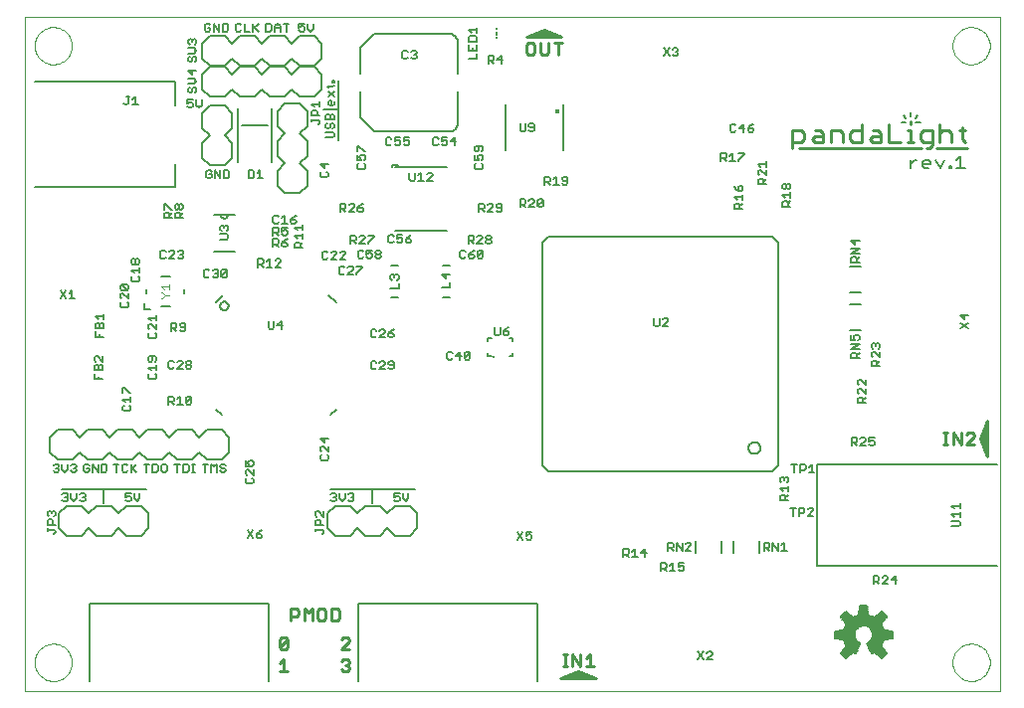
<source format=gto>
G75*
%MOIN*%
%OFA0B0*%
%FSLAX24Y24*%
%IPPOS*%
%LPD*%
%AMOC8*
5,1,8,0,0,1.08239X$1,22.5*
%
%ADD10C,0.0000*%
%ADD11C,0.0050*%
%ADD12C,0.0060*%
%ADD13C,0.0110*%
%ADD14C,0.0080*%
%ADD15C,0.0100*%
%ADD16C,0.0070*%
%ADD17C,0.0040*%
%ADD18R,0.0079X0.0059*%
%ADD19R,0.0079X0.0118*%
%ADD20C,0.0079*%
%ADD21C,0.0157*%
%ADD22C,0.0059*%
D10*
X000873Y004647D02*
X000873Y027246D01*
X033550Y027246D01*
X033550Y004647D01*
X000873Y004647D01*
X001213Y005612D02*
X001215Y005662D01*
X001221Y005711D01*
X001231Y005760D01*
X001244Y005807D01*
X001262Y005854D01*
X001283Y005899D01*
X001307Y005942D01*
X001335Y005983D01*
X001366Y006022D01*
X001400Y006058D01*
X001437Y006092D01*
X001477Y006122D01*
X001518Y006149D01*
X001562Y006173D01*
X001607Y006193D01*
X001654Y006209D01*
X001702Y006222D01*
X001751Y006231D01*
X001801Y006236D01*
X001850Y006237D01*
X001900Y006234D01*
X001949Y006227D01*
X001998Y006216D01*
X002045Y006202D01*
X002091Y006183D01*
X002136Y006161D01*
X002179Y006136D01*
X002219Y006107D01*
X002257Y006075D01*
X002293Y006041D01*
X002326Y006003D01*
X002355Y005963D01*
X002381Y005921D01*
X002404Y005877D01*
X002423Y005831D01*
X002439Y005784D01*
X002451Y005735D01*
X002459Y005686D01*
X002463Y005637D01*
X002463Y005587D01*
X002459Y005538D01*
X002451Y005489D01*
X002439Y005440D01*
X002423Y005393D01*
X002404Y005347D01*
X002381Y005303D01*
X002355Y005261D01*
X002326Y005221D01*
X002293Y005183D01*
X002257Y005149D01*
X002219Y005117D01*
X002179Y005088D01*
X002136Y005063D01*
X002091Y005041D01*
X002045Y005022D01*
X001998Y005008D01*
X001949Y004997D01*
X001900Y004990D01*
X001850Y004987D01*
X001801Y004988D01*
X001751Y004993D01*
X001702Y005002D01*
X001654Y005015D01*
X001607Y005031D01*
X001562Y005051D01*
X001518Y005075D01*
X001477Y005102D01*
X001437Y005132D01*
X001400Y005166D01*
X001366Y005202D01*
X001335Y005241D01*
X001307Y005282D01*
X001283Y005325D01*
X001262Y005370D01*
X001244Y005417D01*
X001231Y005464D01*
X001221Y005513D01*
X001215Y005562D01*
X001213Y005612D01*
X001213Y026281D02*
X001215Y026331D01*
X001221Y026380D01*
X001231Y026429D01*
X001244Y026476D01*
X001262Y026523D01*
X001283Y026568D01*
X001307Y026611D01*
X001335Y026652D01*
X001366Y026691D01*
X001400Y026727D01*
X001437Y026761D01*
X001477Y026791D01*
X001518Y026818D01*
X001562Y026842D01*
X001607Y026862D01*
X001654Y026878D01*
X001702Y026891D01*
X001751Y026900D01*
X001801Y026905D01*
X001850Y026906D01*
X001900Y026903D01*
X001949Y026896D01*
X001998Y026885D01*
X002045Y026871D01*
X002091Y026852D01*
X002136Y026830D01*
X002179Y026805D01*
X002219Y026776D01*
X002257Y026744D01*
X002293Y026710D01*
X002326Y026672D01*
X002355Y026632D01*
X002381Y026590D01*
X002404Y026546D01*
X002423Y026500D01*
X002439Y026453D01*
X002451Y026404D01*
X002459Y026355D01*
X002463Y026306D01*
X002463Y026256D01*
X002459Y026207D01*
X002451Y026158D01*
X002439Y026109D01*
X002423Y026062D01*
X002404Y026016D01*
X002381Y025972D01*
X002355Y025930D01*
X002326Y025890D01*
X002293Y025852D01*
X002257Y025818D01*
X002219Y025786D01*
X002179Y025757D01*
X002136Y025732D01*
X002091Y025710D01*
X002045Y025691D01*
X001998Y025677D01*
X001949Y025666D01*
X001900Y025659D01*
X001850Y025656D01*
X001801Y025657D01*
X001751Y025662D01*
X001702Y025671D01*
X001654Y025684D01*
X001607Y025700D01*
X001562Y025720D01*
X001518Y025744D01*
X001477Y025771D01*
X001437Y025801D01*
X001400Y025835D01*
X001366Y025871D01*
X001335Y025910D01*
X001307Y025951D01*
X001283Y025994D01*
X001262Y026039D01*
X001244Y026086D01*
X001231Y026133D01*
X001221Y026182D01*
X001215Y026231D01*
X001213Y026281D01*
X031961Y026281D02*
X031963Y026331D01*
X031969Y026380D01*
X031979Y026429D01*
X031992Y026476D01*
X032010Y026523D01*
X032031Y026568D01*
X032055Y026611D01*
X032083Y026652D01*
X032114Y026691D01*
X032148Y026727D01*
X032185Y026761D01*
X032225Y026791D01*
X032266Y026818D01*
X032310Y026842D01*
X032355Y026862D01*
X032402Y026878D01*
X032450Y026891D01*
X032499Y026900D01*
X032549Y026905D01*
X032598Y026906D01*
X032648Y026903D01*
X032697Y026896D01*
X032746Y026885D01*
X032793Y026871D01*
X032839Y026852D01*
X032884Y026830D01*
X032927Y026805D01*
X032967Y026776D01*
X033005Y026744D01*
X033041Y026710D01*
X033074Y026672D01*
X033103Y026632D01*
X033129Y026590D01*
X033152Y026546D01*
X033171Y026500D01*
X033187Y026453D01*
X033199Y026404D01*
X033207Y026355D01*
X033211Y026306D01*
X033211Y026256D01*
X033207Y026207D01*
X033199Y026158D01*
X033187Y026109D01*
X033171Y026062D01*
X033152Y026016D01*
X033129Y025972D01*
X033103Y025930D01*
X033074Y025890D01*
X033041Y025852D01*
X033005Y025818D01*
X032967Y025786D01*
X032927Y025757D01*
X032884Y025732D01*
X032839Y025710D01*
X032793Y025691D01*
X032746Y025677D01*
X032697Y025666D01*
X032648Y025659D01*
X032598Y025656D01*
X032549Y025657D01*
X032499Y025662D01*
X032450Y025671D01*
X032402Y025684D01*
X032355Y025700D01*
X032310Y025720D01*
X032266Y025744D01*
X032225Y025771D01*
X032185Y025801D01*
X032148Y025835D01*
X032114Y025871D01*
X032083Y025910D01*
X032055Y025951D01*
X032031Y025994D01*
X032010Y026039D01*
X031992Y026086D01*
X031979Y026133D01*
X031969Y026182D01*
X031963Y026231D01*
X031961Y026281D01*
X031961Y005612D02*
X031963Y005662D01*
X031969Y005711D01*
X031979Y005760D01*
X031992Y005807D01*
X032010Y005854D01*
X032031Y005899D01*
X032055Y005942D01*
X032083Y005983D01*
X032114Y006022D01*
X032148Y006058D01*
X032185Y006092D01*
X032225Y006122D01*
X032266Y006149D01*
X032310Y006173D01*
X032355Y006193D01*
X032402Y006209D01*
X032450Y006222D01*
X032499Y006231D01*
X032549Y006236D01*
X032598Y006237D01*
X032648Y006234D01*
X032697Y006227D01*
X032746Y006216D01*
X032793Y006202D01*
X032839Y006183D01*
X032884Y006161D01*
X032927Y006136D01*
X032967Y006107D01*
X033005Y006075D01*
X033041Y006041D01*
X033074Y006003D01*
X033103Y005963D01*
X033129Y005921D01*
X033152Y005877D01*
X033171Y005831D01*
X033187Y005784D01*
X033199Y005735D01*
X033207Y005686D01*
X033211Y005637D01*
X033211Y005587D01*
X033207Y005538D01*
X033199Y005489D01*
X033187Y005440D01*
X033171Y005393D01*
X033152Y005347D01*
X033129Y005303D01*
X033103Y005261D01*
X033074Y005221D01*
X033041Y005183D01*
X033005Y005149D01*
X032967Y005117D01*
X032927Y005088D01*
X032884Y005063D01*
X032839Y005041D01*
X032793Y005022D01*
X032746Y005008D01*
X032697Y004997D01*
X032648Y004990D01*
X032598Y004987D01*
X032549Y004988D01*
X032499Y004993D01*
X032450Y005002D01*
X032402Y005015D01*
X032355Y005031D01*
X032310Y005051D01*
X032266Y005075D01*
X032225Y005102D01*
X032185Y005132D01*
X032148Y005166D01*
X032114Y005202D01*
X032083Y005241D01*
X032055Y005282D01*
X032031Y005325D01*
X032010Y005370D01*
X031992Y005417D01*
X031979Y005464D01*
X031969Y005513D01*
X031963Y005562D01*
X031961Y005612D01*
D11*
X030048Y008235D02*
X030048Y008505D01*
X029913Y008370D01*
X030093Y008370D01*
X029798Y008415D02*
X029798Y008460D01*
X029753Y008505D01*
X029663Y008505D01*
X029618Y008460D01*
X029503Y008460D02*
X029503Y008370D01*
X029458Y008325D01*
X029323Y008325D01*
X029323Y008235D02*
X029323Y008505D01*
X029458Y008505D01*
X029503Y008460D01*
X029413Y008325D02*
X029503Y008235D01*
X029618Y008235D02*
X029798Y008415D01*
X029798Y008235D02*
X029618Y008235D01*
X027408Y008840D02*
X033471Y008840D01*
X032161Y010184D02*
X031936Y010184D01*
X031936Y010364D02*
X032161Y010364D01*
X032206Y010319D01*
X032206Y010229D01*
X032161Y010184D01*
X032206Y010479D02*
X032206Y010659D01*
X032206Y010569D02*
X031936Y010569D01*
X032026Y010479D01*
X032026Y010773D02*
X031936Y010863D01*
X032206Y010863D01*
X032206Y010773D02*
X032206Y010954D01*
X033471Y012265D02*
X027408Y012265D01*
X027408Y008840D01*
X026412Y009357D02*
X026231Y009357D01*
X026322Y009357D02*
X026322Y009628D01*
X026231Y009537D01*
X026117Y009628D02*
X026117Y009357D01*
X025937Y009628D01*
X025937Y009357D01*
X025822Y009357D02*
X025732Y009447D01*
X025777Y009447D02*
X025642Y009447D01*
X025642Y009357D02*
X025642Y009628D01*
X025777Y009628D01*
X025822Y009582D01*
X025822Y009492D01*
X025777Y009447D01*
X025499Y009293D02*
X025499Y009687D01*
X024633Y009687D02*
X024633Y009293D01*
X024219Y009293D02*
X024219Y009687D01*
X023353Y009687D02*
X023353Y009293D01*
X023203Y009357D02*
X023023Y009357D01*
X023203Y009537D01*
X023203Y009582D01*
X023158Y009628D01*
X023068Y009628D01*
X023023Y009582D01*
X022908Y009628D02*
X022908Y009357D01*
X022728Y009628D01*
X022728Y009357D01*
X022614Y009357D02*
X022524Y009447D01*
X022569Y009447D02*
X022433Y009447D01*
X022433Y009357D02*
X022433Y009628D01*
X022569Y009628D01*
X022614Y009582D01*
X022614Y009492D01*
X022569Y009447D01*
X022582Y008939D02*
X022582Y008668D01*
X022492Y008668D02*
X022672Y008668D01*
X022787Y008713D02*
X022832Y008668D01*
X022922Y008668D01*
X022967Y008713D01*
X022967Y008803D01*
X022922Y008848D01*
X022877Y008848D01*
X022787Y008803D01*
X022787Y008939D01*
X022967Y008939D01*
X022582Y008939D02*
X022492Y008848D01*
X022377Y008803D02*
X022332Y008758D01*
X022197Y008758D01*
X022197Y008668D02*
X022197Y008939D01*
X022332Y008939D01*
X022377Y008893D01*
X022377Y008803D01*
X022287Y008758D02*
X022377Y008668D01*
X021662Y009141D02*
X021662Y009411D01*
X021527Y009276D01*
X021707Y009276D01*
X021412Y009141D02*
X021232Y009141D01*
X021322Y009141D02*
X021322Y009411D01*
X021232Y009321D01*
X021118Y009366D02*
X021118Y009276D01*
X021073Y009231D01*
X020937Y009231D01*
X020937Y009141D02*
X020937Y009411D01*
X021073Y009411D01*
X021118Y009366D01*
X021027Y009231D02*
X021118Y009141D01*
X018046Y007596D02*
X018046Y004998D01*
X018046Y007596D02*
X012046Y007596D01*
X012046Y004998D01*
X009046Y004998D02*
X009046Y007596D01*
X003046Y007596D01*
X003046Y004998D01*
X001866Y009924D02*
X001911Y009969D01*
X001911Y010014D01*
X001866Y010059D01*
X001641Y010059D01*
X001641Y010014D02*
X001641Y010104D01*
X001641Y010219D02*
X001641Y010354D01*
X001686Y010399D01*
X001776Y010399D01*
X001821Y010354D01*
X001821Y010219D01*
X001911Y010219D02*
X001641Y010219D01*
X001686Y010514D02*
X001641Y010559D01*
X001641Y010649D01*
X001686Y010694D01*
X001731Y010694D01*
X001776Y010649D01*
X001821Y010694D01*
X001866Y010694D01*
X001911Y010649D01*
X001911Y010559D01*
X001866Y010514D01*
X001776Y010604D02*
X001776Y010649D01*
X002183Y011011D02*
X002138Y011056D01*
X002183Y011011D02*
X002273Y011011D01*
X002318Y011056D01*
X002318Y011101D01*
X002273Y011146D01*
X002228Y011146D01*
X002273Y011146D02*
X002318Y011191D01*
X002318Y011236D01*
X002273Y011281D01*
X002183Y011281D01*
X002138Y011236D01*
X002433Y011281D02*
X002433Y011101D01*
X002523Y011011D01*
X002613Y011101D01*
X002613Y011281D01*
X002727Y011236D02*
X002773Y011281D01*
X002863Y011281D01*
X002908Y011236D01*
X002908Y011191D01*
X002863Y011146D01*
X002908Y011101D01*
X002908Y011056D01*
X002863Y011011D01*
X002773Y011011D01*
X002727Y011056D01*
X002818Y011146D02*
X002863Y011146D01*
X002912Y011995D02*
X003002Y011995D01*
X003047Y012040D01*
X003047Y012130D01*
X002957Y012130D01*
X003047Y012220D02*
X003002Y012265D01*
X002912Y012265D01*
X002867Y012220D01*
X002867Y012040D01*
X002912Y011995D01*
X003161Y011995D02*
X003161Y012265D01*
X003341Y011995D01*
X003341Y012265D01*
X003456Y012265D02*
X003456Y011995D01*
X003591Y011995D01*
X003636Y012040D01*
X003636Y012220D01*
X003591Y012265D01*
X003456Y012265D01*
X003851Y012265D02*
X004031Y012265D01*
X003941Y012265D02*
X003941Y011995D01*
X004145Y012040D02*
X004190Y011995D01*
X004281Y011995D01*
X004326Y012040D01*
X004440Y011995D02*
X004440Y012265D01*
X004326Y012220D02*
X004281Y012265D01*
X004190Y012265D01*
X004145Y012220D01*
X004145Y012040D01*
X004440Y012085D02*
X004620Y012265D01*
X004485Y012130D02*
X004620Y011995D01*
X004964Y011995D02*
X004964Y012265D01*
X004874Y012265D02*
X005055Y012265D01*
X005169Y012265D02*
X005304Y012265D01*
X005349Y012220D01*
X005349Y012040D01*
X005304Y011995D01*
X005169Y011995D01*
X005169Y012265D01*
X005464Y012220D02*
X005464Y012040D01*
X005509Y011995D01*
X005599Y011995D01*
X005644Y012040D01*
X005644Y012220D01*
X005599Y012265D01*
X005509Y012265D01*
X005464Y012220D01*
X005898Y012265D02*
X006078Y012265D01*
X005988Y012265D02*
X005988Y011995D01*
X006193Y011995D02*
X006193Y012265D01*
X006328Y012265D01*
X006373Y012220D01*
X006373Y012040D01*
X006328Y011995D01*
X006193Y011995D01*
X006487Y011995D02*
X006577Y011995D01*
X006532Y011995D02*
X006532Y012265D01*
X006487Y012265D02*
X006577Y012265D01*
X006843Y012265D02*
X007023Y012265D01*
X006933Y012265D02*
X006933Y011995D01*
X007138Y011995D02*
X007138Y012265D01*
X007228Y012175D01*
X007318Y012265D01*
X007318Y011995D01*
X007432Y012040D02*
X007477Y011995D01*
X007567Y011995D01*
X007612Y012040D01*
X007612Y012085D01*
X007567Y012130D01*
X007477Y012130D01*
X007432Y012175D01*
X007432Y012220D01*
X007477Y012265D01*
X007567Y012265D01*
X007612Y012220D01*
X008275Y012191D02*
X008410Y012191D01*
X008365Y012281D01*
X008365Y012326D01*
X008410Y012371D01*
X008500Y012371D01*
X008545Y012326D01*
X008545Y012236D01*
X008500Y012191D01*
X008545Y012076D02*
X008545Y011896D01*
X008365Y012076D01*
X008320Y012076D01*
X008275Y012031D01*
X008275Y011941D01*
X008320Y011896D01*
X008320Y011782D02*
X008275Y011736D01*
X008275Y011646D01*
X008320Y011601D01*
X008500Y011601D01*
X008545Y011646D01*
X008545Y011736D01*
X008500Y011782D01*
X008275Y012191D02*
X008275Y012371D01*
X010617Y010633D02*
X010617Y010543D01*
X010662Y010498D01*
X010662Y010383D02*
X010752Y010383D01*
X010797Y010338D01*
X010797Y010203D01*
X010887Y010203D02*
X010617Y010203D01*
X010617Y010338D01*
X010662Y010383D01*
X010887Y010498D02*
X010707Y010678D01*
X010662Y010678D01*
X010617Y010633D01*
X010887Y010678D02*
X010887Y010498D01*
X010842Y010044D02*
X010617Y010044D01*
X010617Y009999D02*
X010617Y010089D01*
X010842Y010044D02*
X010887Y009999D01*
X010887Y009954D01*
X010842Y009908D01*
X011179Y011011D02*
X011134Y011056D01*
X011179Y011011D02*
X011269Y011011D01*
X011314Y011056D01*
X011314Y011101D01*
X011269Y011146D01*
X011224Y011146D01*
X011269Y011146D02*
X011314Y011191D01*
X011314Y011236D01*
X011269Y011281D01*
X011179Y011281D01*
X011134Y011236D01*
X011429Y011281D02*
X011429Y011101D01*
X011519Y011011D01*
X011609Y011101D01*
X011609Y011281D01*
X011724Y011236D02*
X011769Y011281D01*
X011859Y011281D01*
X011904Y011236D01*
X011904Y011191D01*
X011859Y011146D01*
X011904Y011101D01*
X011904Y011056D01*
X011859Y011011D01*
X011769Y011011D01*
X011724Y011056D01*
X011814Y011146D02*
X011859Y011146D01*
X013260Y011146D02*
X013350Y011191D01*
X013395Y011191D01*
X013440Y011146D01*
X013440Y011056D01*
X013395Y011011D01*
X013305Y011011D01*
X013260Y011056D01*
X013260Y011146D02*
X013260Y011281D01*
X013440Y011281D01*
X013555Y011281D02*
X013555Y011101D01*
X013645Y011011D01*
X013735Y011101D01*
X013735Y011281D01*
X011065Y012434D02*
X011065Y012524D01*
X011020Y012569D01*
X011065Y012683D02*
X010884Y012864D01*
X010839Y012864D01*
X010794Y012819D01*
X010794Y012728D01*
X010839Y012683D01*
X010839Y012569D02*
X010794Y012524D01*
X010794Y012434D01*
X010839Y012389D01*
X011020Y012389D01*
X011065Y012434D01*
X011065Y012683D02*
X011065Y012864D01*
X010929Y012978D02*
X010929Y013158D01*
X010794Y013113D02*
X010929Y012978D01*
X010794Y013113D02*
X011065Y013113D01*
X012518Y015440D02*
X012608Y015440D01*
X012653Y015485D01*
X012767Y015440D02*
X012948Y015620D01*
X012948Y015665D01*
X012903Y015710D01*
X012813Y015710D01*
X012767Y015665D01*
X012653Y015665D02*
X012608Y015710D01*
X012518Y015710D01*
X012473Y015665D01*
X012473Y015485D01*
X012518Y015440D01*
X012767Y015440D02*
X012948Y015440D01*
X013062Y015485D02*
X013107Y015440D01*
X013197Y015440D01*
X013242Y015485D01*
X013242Y015665D01*
X013197Y015710D01*
X013107Y015710D01*
X013062Y015665D01*
X013062Y015620D01*
X013107Y015575D01*
X013242Y015575D01*
X013197Y016503D02*
X013242Y016548D01*
X013242Y016593D01*
X013197Y016638D01*
X013062Y016638D01*
X013062Y016548D01*
X013107Y016503D01*
X013197Y016503D01*
X013062Y016638D02*
X013152Y016728D01*
X013242Y016773D01*
X012948Y016728D02*
X012903Y016773D01*
X012813Y016773D01*
X012767Y016728D01*
X012653Y016728D02*
X012608Y016773D01*
X012518Y016773D01*
X012473Y016728D01*
X012473Y016548D01*
X012518Y016503D01*
X012608Y016503D01*
X012653Y016548D01*
X012767Y016503D02*
X012948Y016683D01*
X012948Y016728D01*
X012948Y016503D02*
X012767Y016503D01*
X013156Y017856D02*
X013393Y017856D01*
X013407Y018137D02*
X013137Y018137D01*
X013407Y018137D02*
X013407Y018317D01*
X013362Y018431D02*
X013407Y018477D01*
X013407Y018567D01*
X013362Y018612D01*
X013317Y018612D01*
X013272Y018567D01*
X013272Y018522D01*
X013272Y018567D02*
X013227Y018612D01*
X013182Y018612D01*
X013137Y018567D01*
X013137Y018477D01*
X013182Y018431D01*
X013156Y018919D02*
X013393Y018919D01*
X012809Y019205D02*
X012764Y019160D01*
X012674Y019160D01*
X012629Y019205D01*
X012629Y019251D01*
X012674Y019296D01*
X012764Y019296D01*
X012809Y019251D01*
X012809Y019205D01*
X012764Y019296D02*
X012809Y019341D01*
X012809Y019386D01*
X012764Y019431D01*
X012674Y019431D01*
X012629Y019386D01*
X012629Y019341D01*
X012674Y019296D01*
X012515Y019296D02*
X012515Y019205D01*
X012470Y019160D01*
X012379Y019160D01*
X012334Y019205D01*
X012334Y019296D02*
X012424Y019341D01*
X012470Y019341D01*
X012515Y019296D01*
X012515Y019431D02*
X012334Y019431D01*
X012334Y019296D01*
X012220Y019386D02*
X012175Y019431D01*
X012085Y019431D01*
X012040Y019386D01*
X012040Y019205D01*
X012085Y019160D01*
X012175Y019160D01*
X012220Y019205D01*
X012278Y019653D02*
X012098Y019653D01*
X012278Y019833D01*
X012278Y019878D01*
X012233Y019923D01*
X012143Y019923D01*
X012098Y019878D01*
X011984Y019878D02*
X011984Y019788D01*
X011939Y019743D01*
X011804Y019743D01*
X011894Y019743D02*
X011984Y019653D01*
X011804Y019653D02*
X011804Y019923D01*
X011939Y019923D01*
X011984Y019878D01*
X012393Y019923D02*
X012573Y019923D01*
X012573Y019878D01*
X012393Y019698D01*
X012393Y019653D01*
X013063Y019717D02*
X013108Y019672D01*
X013199Y019672D01*
X013244Y019717D01*
X013358Y019717D02*
X013403Y019672D01*
X013493Y019672D01*
X013538Y019717D01*
X013538Y019807D01*
X013493Y019852D01*
X013448Y019852D01*
X013358Y019807D01*
X013358Y019942D01*
X013538Y019942D01*
X013653Y019807D02*
X013788Y019807D01*
X013833Y019762D01*
X013833Y019717D01*
X013788Y019672D01*
X013698Y019672D01*
X013653Y019717D01*
X013653Y019807D01*
X013743Y019897D01*
X013833Y019942D01*
X013275Y020080D02*
X015007Y020080D01*
X015741Y019923D02*
X015741Y019653D01*
X015741Y019743D02*
X015876Y019743D01*
X015921Y019788D01*
X015921Y019878D01*
X015876Y019923D01*
X015741Y019923D01*
X015831Y019743D02*
X015921Y019653D01*
X016035Y019653D02*
X016215Y019833D01*
X016215Y019878D01*
X016170Y019923D01*
X016080Y019923D01*
X016035Y019878D01*
X016035Y019653D02*
X016215Y019653D01*
X016330Y019698D02*
X016330Y019743D01*
X016375Y019788D01*
X016465Y019788D01*
X016510Y019743D01*
X016510Y019698D01*
X016465Y019653D01*
X016375Y019653D01*
X016330Y019698D01*
X016375Y019788D02*
X016330Y019833D01*
X016330Y019878D01*
X016375Y019923D01*
X016465Y019923D01*
X016510Y019878D01*
X016510Y019833D01*
X016465Y019788D01*
X016189Y019431D02*
X016234Y019386D01*
X016054Y019205D01*
X016099Y019160D01*
X016189Y019160D01*
X016234Y019205D01*
X016234Y019386D01*
X016189Y019431D02*
X016099Y019431D01*
X016054Y019386D01*
X016054Y019205D01*
X015940Y019205D02*
X015940Y019251D01*
X015895Y019296D01*
X015760Y019296D01*
X015760Y019205D01*
X015805Y019160D01*
X015895Y019160D01*
X015940Y019205D01*
X015760Y019296D02*
X015850Y019386D01*
X015940Y019431D01*
X015645Y019386D02*
X015600Y019431D01*
X015510Y019431D01*
X015465Y019386D01*
X015465Y019205D01*
X015510Y019160D01*
X015600Y019160D01*
X015645Y019205D01*
X015125Y018919D02*
X014889Y018919D01*
X015004Y018651D02*
X015004Y018471D01*
X014869Y018606D01*
X015139Y018606D01*
X015139Y018356D02*
X015139Y018176D01*
X014869Y018176D01*
X014889Y017856D02*
X015125Y017856D01*
X016626Y016852D02*
X016626Y016627D01*
X016671Y016582D01*
X016761Y016582D01*
X016807Y016627D01*
X016807Y016852D01*
X016921Y016717D02*
X017056Y016717D01*
X017101Y016672D01*
X017101Y016627D01*
X017056Y016582D01*
X016966Y016582D01*
X016921Y016627D01*
X016921Y016717D01*
X017011Y016807D01*
X017101Y016852D01*
X017113Y016498D02*
X017231Y016498D01*
X017231Y016380D01*
X017231Y015986D02*
X017231Y015868D01*
X017113Y015868D01*
X016523Y015868D02*
X016405Y015868D01*
X016405Y015986D01*
X016405Y016380D02*
X016405Y016498D01*
X016523Y016498D01*
X015801Y015980D02*
X015621Y015800D01*
X015666Y015755D01*
X015756Y015755D01*
X015801Y015800D01*
X015801Y015980D01*
X015756Y016025D01*
X015666Y016025D01*
X015621Y015980D01*
X015621Y015800D01*
X015507Y015890D02*
X015327Y015890D01*
X015462Y016025D01*
X015462Y015755D01*
X015212Y015800D02*
X015167Y015755D01*
X015077Y015755D01*
X015032Y015800D01*
X015032Y015980D01*
X015077Y016025D01*
X015167Y016025D01*
X015212Y015980D01*
X011999Y018609D02*
X011999Y018654D01*
X012179Y018834D01*
X012179Y018879D01*
X011999Y018879D01*
X011885Y018834D02*
X011840Y018879D01*
X011750Y018879D01*
X011704Y018834D01*
X011590Y018834D02*
X011545Y018879D01*
X011455Y018879D01*
X011410Y018834D01*
X011410Y018654D01*
X011455Y018609D01*
X011545Y018609D01*
X011590Y018654D01*
X011704Y018609D02*
X011885Y018789D01*
X011885Y018834D01*
X011885Y018609D02*
X011704Y018609D01*
X011628Y019121D02*
X011448Y019121D01*
X011628Y019301D01*
X011628Y019346D01*
X011583Y019391D01*
X011493Y019391D01*
X011448Y019346D01*
X011333Y019346D02*
X011288Y019391D01*
X011198Y019391D01*
X011153Y019346D01*
X011039Y019346D02*
X010994Y019391D01*
X010904Y019391D01*
X010859Y019346D01*
X010859Y019166D01*
X010904Y019121D01*
X010994Y019121D01*
X011039Y019166D01*
X011153Y019121D02*
X011333Y019301D01*
X011333Y019346D01*
X011333Y019121D02*
X011153Y019121D01*
X010198Y019515D02*
X009928Y019515D01*
X009928Y019650D01*
X009973Y019695D01*
X010063Y019695D01*
X010108Y019650D01*
X010108Y019515D01*
X010108Y019605D02*
X010198Y019695D01*
X010198Y019809D02*
X010198Y019990D01*
X010198Y019899D02*
X009928Y019899D01*
X010018Y019809D01*
X010018Y020104D02*
X009928Y020194D01*
X010198Y020194D01*
X010198Y020104D02*
X010198Y020284D01*
X009975Y020367D02*
X009975Y020412D01*
X009930Y020457D01*
X009794Y020457D01*
X009794Y020367D01*
X009839Y020322D01*
X009930Y020322D01*
X009975Y020367D01*
X009884Y020547D02*
X009794Y020457D01*
X009884Y020547D02*
X009975Y020592D01*
X009590Y020592D02*
X009590Y020322D01*
X009500Y020322D02*
X009680Y020322D01*
X009680Y020198D02*
X009500Y020198D01*
X009500Y020063D01*
X009590Y020108D01*
X009635Y020108D01*
X009680Y020063D01*
X009680Y019973D01*
X009635Y019928D01*
X009545Y019928D01*
X009500Y019973D01*
X009385Y019928D02*
X009295Y020018D01*
X009340Y020018D02*
X009205Y020018D01*
X009205Y019928D02*
X009205Y020198D01*
X009340Y020198D01*
X009385Y020153D01*
X009385Y020063D01*
X009340Y020018D01*
X009340Y019805D02*
X009385Y019760D01*
X009385Y019670D01*
X009340Y019625D01*
X009205Y019625D01*
X009295Y019625D02*
X009385Y019534D01*
X009500Y019579D02*
X009545Y019534D01*
X009635Y019534D01*
X009680Y019579D01*
X009680Y019625D01*
X009635Y019670D01*
X009500Y019670D01*
X009500Y019579D01*
X009500Y019670D02*
X009590Y019760D01*
X009680Y019805D01*
X009340Y019805D02*
X009205Y019805D01*
X009205Y019534D01*
X009328Y019135D02*
X009283Y019090D01*
X009328Y019135D02*
X009418Y019135D01*
X009463Y019090D01*
X009463Y019045D01*
X009283Y018865D01*
X009463Y018865D01*
X009168Y018865D02*
X008988Y018865D01*
X009078Y018865D02*
X009078Y019135D01*
X008988Y019045D01*
X008873Y019000D02*
X008828Y018955D01*
X008693Y018955D01*
X008693Y018865D02*
X008693Y019135D01*
X008828Y019135D01*
X008873Y019090D01*
X008873Y019000D01*
X008783Y018955D02*
X008873Y018865D01*
X007906Y019392D02*
X007226Y019392D01*
X007428Y019790D02*
X007653Y019790D01*
X007698Y019835D01*
X007698Y019925D01*
X007653Y019971D01*
X007428Y019971D01*
X007473Y020085D02*
X007428Y020130D01*
X007428Y020220D01*
X007473Y020265D01*
X007518Y020265D01*
X007563Y020220D01*
X007608Y020265D01*
X007653Y020265D01*
X007698Y020220D01*
X007698Y020130D01*
X007653Y020085D01*
X007563Y020175D02*
X007563Y020220D01*
X007446Y020612D02*
X007448Y020591D01*
X007453Y020571D01*
X007462Y020552D01*
X007474Y020535D01*
X007489Y020520D01*
X007506Y020508D01*
X007525Y020499D01*
X007545Y020494D01*
X007566Y020492D01*
X007587Y020494D01*
X007607Y020499D01*
X007626Y020508D01*
X007643Y020520D01*
X007658Y020535D01*
X007670Y020552D01*
X007679Y020571D01*
X007684Y020591D01*
X007686Y020612D01*
X007446Y020612D01*
X007226Y020612D01*
X007686Y020612D02*
X007906Y020612D01*
X007685Y021838D02*
X007550Y021838D01*
X007550Y022108D01*
X007685Y022108D01*
X007730Y022063D01*
X007730Y021883D01*
X007685Y021838D01*
X007436Y021838D02*
X007436Y022108D01*
X007256Y022108D02*
X007436Y021838D01*
X007256Y021838D02*
X007256Y022108D01*
X007141Y022063D02*
X007096Y022108D01*
X007006Y022108D01*
X006961Y022063D01*
X006961Y021883D01*
X007006Y021838D01*
X007096Y021838D01*
X007141Y021883D01*
X007141Y021973D01*
X007051Y021973D01*
X005912Y022324D02*
X005912Y021537D01*
X001227Y021537D01*
X004456Y019097D02*
X004501Y019142D01*
X004546Y019142D01*
X004591Y019097D01*
X004591Y019007D01*
X004546Y018962D01*
X004501Y018962D01*
X004456Y019007D01*
X004456Y019097D01*
X004591Y019097D02*
X004636Y019142D01*
X004681Y019142D01*
X004726Y019097D01*
X004726Y019007D01*
X004681Y018962D01*
X004636Y018962D01*
X004591Y019007D01*
X004726Y018848D02*
X004726Y018668D01*
X004726Y018758D02*
X004456Y018758D01*
X004546Y018668D01*
X004501Y018553D02*
X004456Y018508D01*
X004456Y018418D01*
X004501Y018373D01*
X004681Y018373D01*
X004726Y018418D01*
X004726Y018508D01*
X004681Y018553D01*
X004352Y018231D02*
X004352Y018141D01*
X004307Y018096D01*
X004127Y018276D01*
X004307Y018276D01*
X004352Y018231D01*
X004307Y018096D02*
X004127Y018096D01*
X004082Y018141D01*
X004082Y018231D01*
X004127Y018276D01*
X004127Y017982D02*
X004082Y017937D01*
X004082Y017847D01*
X004127Y017802D01*
X004127Y017687D02*
X004082Y017642D01*
X004082Y017552D01*
X004127Y017507D01*
X004307Y017507D01*
X004352Y017552D01*
X004352Y017642D01*
X004307Y017687D01*
X004352Y017802D02*
X004172Y017982D01*
X004127Y017982D01*
X004352Y017982D02*
X004352Y017802D01*
X004889Y017659D02*
X004889Y017462D01*
X005086Y017462D01*
X005297Y017253D02*
X005297Y017073D01*
X005297Y017163D02*
X005027Y017163D01*
X005117Y017073D01*
X005117Y016958D02*
X005072Y016958D01*
X005027Y016913D01*
X005027Y016823D01*
X005072Y016778D01*
X005072Y016663D02*
X005027Y016618D01*
X005027Y016528D01*
X005072Y016483D01*
X005252Y016483D01*
X005297Y016528D01*
X005297Y016618D01*
X005252Y016663D01*
X005297Y016778D02*
X005117Y016958D01*
X005297Y016958D02*
X005297Y016778D01*
X005780Y016810D02*
X005915Y016810D01*
X005960Y016855D01*
X005960Y016945D01*
X005915Y016990D01*
X005780Y016990D01*
X005780Y016719D01*
X005870Y016810D02*
X005960Y016719D01*
X006075Y016765D02*
X006120Y016719D01*
X006210Y016719D01*
X006255Y016765D01*
X006255Y016945D01*
X006210Y016990D01*
X006120Y016990D01*
X006075Y016945D01*
X006075Y016900D01*
X006120Y016855D01*
X006255Y016855D01*
X005755Y017561D02*
X005440Y017561D01*
X004968Y017994D02*
X004968Y018112D01*
X005440Y018545D02*
X005755Y018545D01*
X006227Y018112D02*
X006227Y017994D01*
X006882Y018556D02*
X006927Y018511D01*
X007017Y018511D01*
X007062Y018556D01*
X007177Y018556D02*
X007222Y018511D01*
X007312Y018511D01*
X007357Y018556D01*
X007357Y018601D01*
X007312Y018646D01*
X007267Y018646D01*
X007312Y018646D02*
X007357Y018691D01*
X007357Y018736D01*
X007312Y018781D01*
X007222Y018781D01*
X007177Y018736D01*
X007062Y018736D02*
X007017Y018781D01*
X006927Y018781D01*
X006882Y018736D01*
X006882Y018556D01*
X007472Y018556D02*
X007472Y018736D01*
X007517Y018781D01*
X007607Y018781D01*
X007652Y018736D01*
X007472Y018556D01*
X007517Y018511D01*
X007607Y018511D01*
X007652Y018556D01*
X007652Y018736D01*
X006195Y019186D02*
X006150Y019141D01*
X006060Y019141D01*
X006015Y019186D01*
X005900Y019141D02*
X005720Y019141D01*
X005900Y019321D01*
X005900Y019366D01*
X005855Y019411D01*
X005765Y019411D01*
X005720Y019366D01*
X005606Y019366D02*
X005561Y019411D01*
X005471Y019411D01*
X005426Y019366D01*
X005426Y019186D01*
X005471Y019141D01*
X005561Y019141D01*
X005606Y019186D01*
X006015Y019366D02*
X006060Y019411D01*
X006150Y019411D01*
X006195Y019366D01*
X006195Y019321D01*
X006150Y019276D01*
X006195Y019231D01*
X006195Y019186D01*
X006150Y019276D02*
X006105Y019276D01*
X006093Y020499D02*
X006093Y020634D01*
X006048Y020679D01*
X005957Y020679D01*
X005912Y020634D01*
X005912Y020499D01*
X006183Y020499D01*
X006093Y020589D02*
X006183Y020679D01*
X006138Y020794D02*
X006093Y020794D01*
X006048Y020839D01*
X006048Y020929D01*
X006093Y020974D01*
X006138Y020974D01*
X006183Y020929D01*
X006183Y020839D01*
X006138Y020794D01*
X006048Y020839D02*
X006003Y020794D01*
X005957Y020794D01*
X005912Y020839D01*
X005912Y020929D01*
X005957Y020974D01*
X006003Y020974D01*
X006048Y020929D01*
X005828Y020794D02*
X005783Y020794D01*
X005603Y020974D01*
X005558Y020974D01*
X005558Y020794D01*
X005603Y020679D02*
X005693Y020679D01*
X005738Y020634D01*
X005738Y020499D01*
X005738Y020589D02*
X005828Y020679D01*
X005828Y020499D02*
X005558Y020499D01*
X005558Y020634D01*
X005603Y020679D01*
X008378Y021838D02*
X008513Y021838D01*
X008559Y021883D01*
X008559Y022063D01*
X008513Y022108D01*
X008378Y022108D01*
X008378Y021838D01*
X008673Y021838D02*
X008853Y021838D01*
X008763Y021838D02*
X008763Y022108D01*
X008673Y022018D01*
X009250Y020592D02*
X009205Y020547D01*
X009205Y020367D01*
X009250Y020322D01*
X009340Y020322D01*
X009385Y020367D01*
X009500Y020502D02*
X009590Y020592D01*
X009385Y020547D02*
X009340Y020592D01*
X009250Y020592D01*
X010775Y021922D02*
X010820Y021877D01*
X011000Y021877D01*
X011045Y021922D01*
X011045Y022012D01*
X011000Y022057D01*
X010910Y022172D02*
X010910Y022352D01*
X011045Y022307D02*
X010775Y022307D01*
X010910Y022172D01*
X010820Y022057D02*
X010775Y022012D01*
X010775Y021922D01*
X011449Y020986D02*
X011584Y020986D01*
X011629Y020941D01*
X011629Y020851D01*
X011584Y020806D01*
X011449Y020806D01*
X011539Y020806D02*
X011629Y020716D01*
X011744Y020716D02*
X011924Y020896D01*
X011924Y020941D01*
X011879Y020986D01*
X011789Y020986D01*
X011744Y020941D01*
X011744Y020716D02*
X011924Y020716D01*
X012039Y020761D02*
X012084Y020716D01*
X012174Y020716D01*
X012219Y020761D01*
X012219Y020806D01*
X012174Y020851D01*
X012039Y020851D01*
X012039Y020761D01*
X012039Y020851D02*
X012129Y020941D01*
X012219Y020986D01*
X011449Y020986D02*
X011449Y020716D01*
X013063Y019897D02*
X013063Y019717D01*
X013063Y019897D02*
X013108Y019942D01*
X013199Y019942D01*
X013244Y019897D01*
X013817Y021759D02*
X013907Y021759D01*
X013952Y021804D01*
X013952Y022029D01*
X014067Y021939D02*
X014157Y022029D01*
X014157Y021759D01*
X014067Y021759D02*
X014247Y021759D01*
X014361Y021759D02*
X014542Y021939D01*
X014542Y021984D01*
X014496Y022029D01*
X014406Y022029D01*
X014361Y021984D01*
X014361Y021759D02*
X014542Y021759D01*
X015007Y022206D02*
X013275Y022206D01*
X013196Y022206D02*
X013196Y022285D01*
X013393Y022285D01*
X013772Y022029D02*
X013772Y021804D01*
X013817Y021759D01*
X013709Y022940D02*
X013619Y022940D01*
X013574Y022985D01*
X013574Y023075D02*
X013664Y023120D01*
X013709Y023120D01*
X013754Y023075D01*
X013754Y022985D01*
X013709Y022940D01*
X013574Y023075D02*
X013574Y023210D01*
X013754Y023210D01*
X013459Y023210D02*
X013279Y023210D01*
X013279Y023075D01*
X013369Y023120D01*
X013414Y023120D01*
X013459Y023075D01*
X013459Y022985D01*
X013414Y022940D01*
X013324Y022940D01*
X013279Y022985D01*
X013165Y022985D02*
X013120Y022940D01*
X013030Y022940D01*
X012985Y022985D01*
X012985Y023165D01*
X013030Y023210D01*
X013120Y023210D01*
X013165Y023165D01*
X012586Y023407D02*
X012113Y023880D01*
X012113Y024746D01*
X012113Y025336D02*
X012113Y026202D01*
X012586Y026675D01*
X015125Y026675D01*
X015156Y026673D01*
X015186Y026668D01*
X015216Y026658D01*
X015244Y026646D01*
X015270Y026630D01*
X015295Y026611D01*
X015317Y026589D01*
X015336Y026564D01*
X015352Y026538D01*
X015364Y026510D01*
X015374Y026480D01*
X015379Y026450D01*
X015381Y026419D01*
X015381Y025336D01*
X015381Y024746D02*
X015381Y023663D01*
X015379Y023632D01*
X015374Y023602D01*
X015364Y023572D01*
X015352Y023544D01*
X015336Y023518D01*
X015317Y023493D01*
X015295Y023471D01*
X015270Y023452D01*
X015244Y023436D01*
X015216Y023424D01*
X015186Y023414D01*
X015156Y023409D01*
X015125Y023407D01*
X012586Y023407D01*
X012060Y022922D02*
X012240Y022742D01*
X012285Y022742D01*
X012240Y022627D02*
X012285Y022582D01*
X012285Y022492D01*
X012240Y022447D01*
X012150Y022447D02*
X012105Y022537D01*
X012105Y022582D01*
X012150Y022627D01*
X012240Y022627D01*
X012150Y022447D02*
X012015Y022447D01*
X012015Y022627D01*
X012015Y022742D02*
X012015Y022922D01*
X012060Y022922D01*
X012060Y022333D02*
X012015Y022288D01*
X012015Y022198D01*
X012060Y022153D01*
X012240Y022153D01*
X012285Y022198D01*
X012285Y022288D01*
X012240Y022333D01*
X011242Y023261D02*
X011242Y023351D01*
X011197Y023396D01*
X010972Y023396D01*
X011017Y023510D02*
X011062Y023510D01*
X011107Y023555D01*
X011107Y023645D01*
X011152Y023690D01*
X011197Y023690D01*
X011242Y023645D01*
X011242Y023555D01*
X011197Y023510D01*
X011017Y023510D02*
X010972Y023555D01*
X010972Y023645D01*
X011017Y023690D01*
X010972Y023805D02*
X010972Y023940D01*
X011017Y023985D01*
X011062Y023985D01*
X011107Y023940D01*
X011107Y023805D01*
X011242Y023805D02*
X011242Y023940D01*
X011197Y023985D01*
X011152Y023985D01*
X011107Y023940D01*
X011242Y023805D02*
X010972Y023805D01*
X010769Y023739D02*
X010724Y023784D01*
X010499Y023784D01*
X010499Y023739D02*
X010499Y023829D01*
X010499Y023943D02*
X010499Y024078D01*
X010544Y024123D01*
X010634Y024123D01*
X010679Y024078D01*
X010679Y023943D01*
X010769Y023943D02*
X010499Y023943D01*
X010589Y024238D02*
X010499Y024328D01*
X010769Y024328D01*
X010769Y024238D02*
X010769Y024418D01*
X011062Y024414D02*
X011107Y024459D01*
X011152Y024459D01*
X011152Y024279D01*
X011197Y024279D02*
X011107Y024279D01*
X011062Y024324D01*
X011062Y024414D01*
X011062Y024573D02*
X011242Y024753D01*
X011197Y024913D02*
X011242Y024958D01*
X011197Y024913D02*
X011017Y024913D01*
X011062Y024868D02*
X011062Y024958D01*
X011197Y025064D02*
X011197Y025109D01*
X011242Y025109D01*
X011242Y025064D01*
X011197Y025064D01*
X011062Y024753D02*
X011242Y024573D01*
X011242Y024414D02*
X011242Y024324D01*
X011197Y024279D01*
X010769Y023739D02*
X010769Y023694D01*
X010724Y023649D01*
X010972Y023216D02*
X011197Y023216D01*
X011242Y023261D01*
X014559Y023165D02*
X014559Y022985D01*
X014604Y022940D01*
X014695Y022940D01*
X014740Y022985D01*
X014854Y022985D02*
X014899Y022940D01*
X014989Y022940D01*
X015034Y022985D01*
X015034Y023075D01*
X014989Y023120D01*
X014944Y023120D01*
X014854Y023075D01*
X014854Y023210D01*
X015034Y023210D01*
X015149Y023075D02*
X015329Y023075D01*
X015284Y022940D02*
X015284Y023210D01*
X015149Y023075D01*
X014740Y023165D02*
X014695Y023210D01*
X014604Y023210D01*
X014559Y023165D01*
X015952Y022877D02*
X015952Y022787D01*
X015997Y022742D01*
X016042Y022742D01*
X016087Y022787D01*
X016087Y022922D01*
X016177Y022922D02*
X015997Y022922D01*
X015952Y022877D01*
X016177Y022922D02*
X016222Y022877D01*
X016222Y022787D01*
X016177Y022742D01*
X016177Y022627D02*
X016222Y022582D01*
X016222Y022492D01*
X016177Y022447D01*
X016087Y022447D02*
X016042Y022537D01*
X016042Y022582D01*
X016087Y022627D01*
X016177Y022627D01*
X016087Y022447D02*
X015952Y022447D01*
X015952Y022627D01*
X015997Y022333D02*
X015952Y022288D01*
X015952Y022198D01*
X015997Y022153D01*
X016177Y022153D01*
X016222Y022198D01*
X016222Y022288D01*
X016177Y022333D01*
X016995Y022777D02*
X016995Y024313D01*
X017473Y023683D02*
X017473Y023457D01*
X017518Y023412D01*
X017608Y023412D01*
X017653Y023457D01*
X017653Y023683D01*
X017767Y023638D02*
X017767Y023593D01*
X017813Y023548D01*
X017948Y023548D01*
X017948Y023638D02*
X017948Y023457D01*
X017903Y023412D01*
X017813Y023412D01*
X017767Y023457D01*
X017767Y023638D02*
X017813Y023683D01*
X017903Y023683D01*
X017948Y023638D01*
X018924Y024313D02*
X018924Y022777D01*
X018934Y021891D02*
X018889Y021846D01*
X018889Y021801D01*
X018934Y021756D01*
X019069Y021756D01*
X019069Y021666D02*
X019069Y021846D01*
X019024Y021891D01*
X018934Y021891D01*
X018889Y021666D02*
X018934Y021621D01*
X019024Y021621D01*
X019069Y021666D01*
X018774Y021621D02*
X018594Y021621D01*
X018684Y021621D02*
X018684Y021891D01*
X018594Y021801D01*
X018480Y021756D02*
X018435Y021711D01*
X018300Y021711D01*
X018390Y021711D02*
X018480Y021621D01*
X018480Y021756D02*
X018480Y021846D01*
X018435Y021891D01*
X018300Y021891D01*
X018300Y021621D01*
X018197Y021143D02*
X018242Y021098D01*
X018062Y020918D01*
X018107Y020873D01*
X018197Y020873D01*
X018242Y020918D01*
X018242Y021098D01*
X018197Y021143D02*
X018107Y021143D01*
X018062Y021098D01*
X018062Y020918D01*
X017948Y020873D02*
X017767Y020873D01*
X017948Y021053D01*
X017948Y021098D01*
X017903Y021143D01*
X017813Y021143D01*
X017767Y021098D01*
X017653Y021098D02*
X017653Y021008D01*
X017608Y020963D01*
X017473Y020963D01*
X017563Y020963D02*
X017653Y020873D01*
X017473Y020873D02*
X017473Y021143D01*
X017608Y021143D01*
X017653Y021098D01*
X016864Y020941D02*
X016864Y020761D01*
X016819Y020716D01*
X016729Y020716D01*
X016684Y020761D01*
X016729Y020851D02*
X016864Y020851D01*
X016864Y020941D02*
X016819Y020986D01*
X016729Y020986D01*
X016684Y020941D01*
X016684Y020896D01*
X016729Y020851D01*
X016570Y020896D02*
X016570Y020941D01*
X016525Y020986D01*
X016435Y020986D01*
X016390Y020941D01*
X016275Y020941D02*
X016275Y020851D01*
X016230Y020806D01*
X016095Y020806D01*
X016185Y020806D02*
X016275Y020716D01*
X016390Y020716D02*
X016570Y020896D01*
X016570Y020716D02*
X016390Y020716D01*
X016275Y020941D02*
X016230Y020986D01*
X016095Y020986D01*
X016095Y020716D01*
X018235Y019687D02*
X018235Y012206D01*
X018432Y012009D01*
X025912Y012009D01*
X026109Y012206D01*
X026109Y019687D01*
X025912Y019883D01*
X018432Y019883D01*
X018235Y019687D01*
X021961Y017147D02*
X021961Y016922D01*
X022006Y016877D01*
X022096Y016877D01*
X022141Y016922D01*
X022141Y017147D01*
X022256Y017102D02*
X022301Y017147D01*
X022391Y017147D01*
X022436Y017102D01*
X022436Y017057D01*
X022256Y016877D01*
X022436Y016877D01*
X024653Y020814D02*
X024653Y020949D01*
X024698Y020994D01*
X024788Y020994D01*
X024833Y020949D01*
X024833Y020814D01*
X024923Y020814D02*
X024653Y020814D01*
X024833Y020904D02*
X024923Y020994D01*
X024923Y021109D02*
X024923Y021289D01*
X024923Y021199D02*
X024653Y021199D01*
X024743Y021109D01*
X024788Y021403D02*
X024788Y021538D01*
X024833Y021583D01*
X024878Y021583D01*
X024923Y021538D01*
X024923Y021448D01*
X024878Y021403D01*
X024788Y021403D01*
X024698Y021493D01*
X024653Y021583D01*
X025440Y021641D02*
X025440Y021776D01*
X025485Y021821D01*
X025575Y021821D01*
X025620Y021776D01*
X025620Y021641D01*
X025620Y021731D02*
X025710Y021821D01*
X025710Y021935D02*
X025530Y022116D01*
X025485Y022116D01*
X025440Y022071D01*
X025440Y021980D01*
X025485Y021935D01*
X025710Y021935D02*
X025710Y022116D01*
X025710Y022230D02*
X025710Y022410D01*
X025710Y022320D02*
X025440Y022320D01*
X025530Y022230D01*
X024975Y022634D02*
X024794Y022454D01*
X024794Y022408D01*
X024680Y022408D02*
X024500Y022408D01*
X024590Y022408D02*
X024590Y022679D01*
X024500Y022589D01*
X024385Y022634D02*
X024385Y022544D01*
X024340Y022499D01*
X024205Y022499D01*
X024295Y022499D02*
X024385Y022408D01*
X024205Y022408D02*
X024205Y022679D01*
X024340Y022679D01*
X024385Y022634D01*
X024794Y022679D02*
X024975Y022679D01*
X024975Y022634D01*
X024950Y023393D02*
X024950Y023663D01*
X024815Y023528D01*
X024995Y023528D01*
X025109Y023528D02*
X025244Y023528D01*
X025290Y023483D01*
X025290Y023438D01*
X025244Y023393D01*
X025154Y023393D01*
X025109Y023438D01*
X025109Y023528D01*
X025199Y023618D01*
X025290Y023663D01*
X024700Y023618D02*
X024655Y023663D01*
X024565Y023663D01*
X024520Y023618D01*
X024520Y023438D01*
X024565Y023393D01*
X024655Y023393D01*
X024700Y023438D01*
X026312Y021662D02*
X026357Y021662D01*
X026402Y021617D01*
X026402Y021527D01*
X026357Y021482D01*
X026312Y021482D01*
X026267Y021527D01*
X026267Y021617D01*
X026312Y021662D01*
X026402Y021617D02*
X026447Y021662D01*
X026492Y021662D01*
X026537Y021617D01*
X026537Y021527D01*
X026492Y021482D01*
X026447Y021482D01*
X026402Y021527D01*
X026537Y021368D02*
X026537Y021187D01*
X026537Y021277D02*
X026267Y021277D01*
X026357Y021187D01*
X026312Y021073D02*
X026402Y021073D01*
X026447Y021028D01*
X026447Y020893D01*
X026447Y020983D02*
X026537Y021073D01*
X026537Y020893D02*
X026267Y020893D01*
X026267Y021028D01*
X026312Y021073D01*
X025710Y021641D02*
X025440Y021641D01*
X028570Y019747D02*
X028705Y019612D01*
X028705Y019792D01*
X028840Y019747D02*
X028570Y019747D01*
X028570Y019497D02*
X028840Y019497D01*
X028570Y019317D01*
X028840Y019317D01*
X028840Y019203D02*
X028750Y019113D01*
X028750Y019158D02*
X028750Y019023D01*
X028840Y019023D02*
X028570Y019023D01*
X028570Y019158D01*
X028615Y019203D01*
X028705Y019203D01*
X028750Y019158D01*
X028905Y018880D02*
X028511Y018880D01*
X028511Y018013D02*
X028905Y018013D01*
X028905Y017600D02*
X028511Y017600D01*
X028511Y016734D02*
X028905Y016734D01*
X028795Y016583D02*
X028840Y016538D01*
X028840Y016448D01*
X028795Y016403D01*
X028705Y016403D02*
X028660Y016493D01*
X028660Y016538D01*
X028705Y016583D01*
X028795Y016583D01*
X028705Y016403D02*
X028570Y016403D01*
X028570Y016583D01*
X028570Y016289D02*
X028840Y016289D01*
X028570Y016109D01*
X028840Y016109D01*
X028840Y015994D02*
X028750Y015904D01*
X028750Y015949D02*
X028750Y015814D01*
X028840Y015814D02*
X028570Y015814D01*
X028570Y015949D01*
X028615Y015994D01*
X028705Y015994D01*
X028750Y015949D01*
X029259Y015968D02*
X029259Y015878D01*
X029304Y015833D01*
X029304Y015719D02*
X029394Y015719D01*
X029439Y015674D01*
X029439Y015538D01*
X029529Y015538D02*
X029259Y015538D01*
X029259Y015674D01*
X029304Y015719D01*
X029439Y015628D02*
X029529Y015719D01*
X029529Y015833D02*
X029349Y016013D01*
X029304Y016013D01*
X029259Y015968D01*
X029304Y016128D02*
X029259Y016173D01*
X029259Y016263D01*
X029304Y016308D01*
X029349Y016308D01*
X029394Y016263D01*
X029439Y016308D01*
X029484Y016308D01*
X029529Y016263D01*
X029529Y016173D01*
X029484Y016128D01*
X029529Y016013D02*
X029529Y015833D01*
X029394Y016218D02*
X029394Y016263D01*
X029057Y015087D02*
X029057Y014907D01*
X028877Y015087D01*
X028832Y015087D01*
X028786Y015042D01*
X028786Y014952D01*
X028832Y014907D01*
X028832Y014793D02*
X028786Y014748D01*
X028786Y014658D01*
X028832Y014613D01*
X028832Y014498D02*
X028922Y014498D01*
X028967Y014453D01*
X028967Y014318D01*
X029057Y014318D02*
X028786Y014318D01*
X028786Y014453D01*
X028832Y014498D01*
X028967Y014408D02*
X029057Y014498D01*
X029057Y014613D02*
X028877Y014793D01*
X028832Y014793D01*
X029057Y014793D02*
X029057Y014613D01*
X029005Y013151D02*
X028915Y013151D01*
X028870Y013106D01*
X028755Y013106D02*
X028755Y013016D01*
X028710Y012971D01*
X028575Y012971D01*
X028575Y012881D02*
X028575Y013151D01*
X028710Y013151D01*
X028755Y013106D01*
X028665Y012971D02*
X028755Y012881D01*
X028870Y012881D02*
X029050Y013061D01*
X029050Y013106D01*
X029005Y013151D01*
X029165Y013151D02*
X029165Y013016D01*
X029255Y013061D01*
X029300Y013061D01*
X029345Y013016D01*
X029345Y012926D01*
X029300Y012881D01*
X029210Y012881D01*
X029165Y012926D01*
X029050Y012881D02*
X028870Y012881D01*
X029165Y013151D02*
X029345Y013151D01*
X027247Y012246D02*
X027247Y011975D01*
X027157Y011975D02*
X027337Y011975D01*
X027157Y012156D02*
X027247Y012246D01*
X027042Y012201D02*
X027042Y012110D01*
X026997Y012065D01*
X026862Y012065D01*
X026862Y011975D02*
X026862Y012246D01*
X026997Y012246D01*
X027042Y012201D01*
X026747Y012246D02*
X026567Y012246D01*
X026657Y012246D02*
X026657Y011975D01*
X026458Y011775D02*
X026458Y011685D01*
X026413Y011640D01*
X026458Y011525D02*
X026458Y011345D01*
X026458Y011435D02*
X026188Y011435D01*
X026278Y011345D01*
X026233Y011230D02*
X026323Y011230D01*
X026368Y011185D01*
X026368Y011050D01*
X026458Y011050D02*
X026188Y011050D01*
X026188Y011185D01*
X026233Y011230D01*
X026368Y011140D02*
X026458Y011230D01*
X026233Y011640D02*
X026188Y011685D01*
X026188Y011775D01*
X026233Y011820D01*
X026278Y011820D01*
X026323Y011775D01*
X026368Y011820D01*
X026413Y011820D01*
X026458Y011775D01*
X026323Y011775D02*
X026323Y011730D01*
X026528Y010789D02*
X026708Y010789D01*
X026618Y010789D02*
X026618Y010519D01*
X026823Y010519D02*
X026823Y010789D01*
X026958Y010789D01*
X027003Y010744D01*
X027003Y010654D01*
X026958Y010609D01*
X026823Y010609D01*
X027117Y010519D02*
X027297Y010699D01*
X027297Y010744D01*
X027252Y010789D01*
X027162Y010789D01*
X027117Y010744D01*
X027117Y010519D02*
X027297Y010519D01*
X025125Y012797D02*
X025127Y012824D01*
X025133Y012851D01*
X025142Y012877D01*
X025155Y012901D01*
X025171Y012924D01*
X025190Y012943D01*
X025212Y012960D01*
X025236Y012974D01*
X025261Y012984D01*
X025288Y012991D01*
X025315Y012994D01*
X025343Y012993D01*
X025370Y012988D01*
X025396Y012980D01*
X025420Y012968D01*
X025443Y012952D01*
X025464Y012934D01*
X025481Y012913D01*
X025496Y012889D01*
X025507Y012864D01*
X025515Y012838D01*
X025519Y012811D01*
X025519Y012783D01*
X025515Y012756D01*
X025507Y012730D01*
X025496Y012705D01*
X025481Y012681D01*
X025464Y012660D01*
X025443Y012642D01*
X025421Y012626D01*
X025396Y012614D01*
X025370Y012606D01*
X025343Y012601D01*
X025315Y012600D01*
X025288Y012603D01*
X025261Y012610D01*
X025236Y012620D01*
X025212Y012634D01*
X025190Y012651D01*
X025171Y012670D01*
X025155Y012693D01*
X025142Y012717D01*
X025133Y012743D01*
X025127Y012770D01*
X025125Y012797D01*
X017861Y009998D02*
X017681Y009998D01*
X017681Y009862D01*
X017771Y009908D01*
X017816Y009908D01*
X017861Y009862D01*
X017861Y009772D01*
X017816Y009727D01*
X017726Y009727D01*
X017681Y009772D01*
X017566Y009727D02*
X017386Y009998D01*
X017566Y009998D02*
X017386Y009727D01*
X023437Y005970D02*
X023618Y005700D01*
X023732Y005700D02*
X023912Y005880D01*
X023912Y005925D01*
X023867Y005970D01*
X023777Y005970D01*
X023732Y005925D01*
X023618Y005970D02*
X023437Y005700D01*
X023732Y005700D02*
X023912Y005700D01*
X008822Y009812D02*
X008822Y009857D01*
X008777Y009902D01*
X008642Y009902D01*
X008642Y009812D01*
X008687Y009767D01*
X008777Y009767D01*
X008822Y009812D01*
X008732Y009992D02*
X008822Y010037D01*
X008732Y009992D02*
X008642Y009902D01*
X008527Y010037D02*
X008347Y009767D01*
X008527Y009767D02*
X008347Y010037D01*
X004739Y011101D02*
X004739Y011281D01*
X004739Y011101D02*
X004649Y011011D01*
X004559Y011101D01*
X004559Y011281D01*
X004444Y011281D02*
X004264Y011281D01*
X004264Y011146D01*
X004354Y011191D01*
X004399Y011191D01*
X004444Y011146D01*
X004444Y011056D01*
X004399Y011011D01*
X004309Y011011D01*
X004264Y011056D01*
X002612Y012040D02*
X002567Y011995D01*
X002477Y011995D01*
X002432Y012040D01*
X002318Y012085D02*
X002318Y012265D01*
X002432Y012220D02*
X002477Y012265D01*
X002567Y012265D01*
X002612Y012220D01*
X002612Y012175D01*
X002567Y012130D01*
X002612Y012085D01*
X002612Y012040D01*
X002567Y012130D02*
X002522Y012130D01*
X002318Y012085D02*
X002228Y011995D01*
X002138Y012085D01*
X002138Y012265D01*
X002023Y012220D02*
X002023Y012175D01*
X001978Y012130D01*
X002023Y012085D01*
X002023Y012040D01*
X001978Y011995D01*
X001888Y011995D01*
X001843Y012040D01*
X001933Y012130D02*
X001978Y012130D01*
X002023Y012220D02*
X001978Y012265D01*
X001888Y012265D01*
X001843Y012220D01*
X004160Y014087D02*
X004206Y014042D01*
X004386Y014042D01*
X004431Y014087D01*
X004431Y014177D01*
X004386Y014222D01*
X004431Y014337D02*
X004431Y014517D01*
X004431Y014427D02*
X004160Y014427D01*
X004251Y014337D01*
X004206Y014222D02*
X004160Y014177D01*
X004160Y014087D01*
X004160Y014632D02*
X004160Y014812D01*
X004206Y014812D01*
X004386Y014632D01*
X004431Y014632D01*
X005027Y015150D02*
X005072Y015105D01*
X005252Y015105D01*
X005297Y015150D01*
X005297Y015240D01*
X005252Y015285D01*
X005297Y015400D02*
X005297Y015580D01*
X005297Y015490D02*
X005027Y015490D01*
X005117Y015400D01*
X005072Y015285D02*
X005027Y015240D01*
X005027Y015150D01*
X005701Y015505D02*
X005746Y015460D01*
X005836Y015460D01*
X005881Y015505D01*
X005996Y015460D02*
X006176Y015640D01*
X006176Y015685D01*
X006131Y015730D01*
X006041Y015730D01*
X005996Y015685D01*
X005881Y015685D02*
X005836Y015730D01*
X005746Y015730D01*
X005701Y015685D01*
X005701Y015505D01*
X005996Y015460D02*
X006176Y015460D01*
X006290Y015505D02*
X006290Y015550D01*
X006336Y015595D01*
X006426Y015595D01*
X006471Y015550D01*
X006471Y015505D01*
X006426Y015460D01*
X006336Y015460D01*
X006290Y015505D01*
X006336Y015595D02*
X006290Y015640D01*
X006290Y015685D01*
X006336Y015730D01*
X006426Y015730D01*
X006471Y015685D01*
X006471Y015640D01*
X006426Y015595D01*
X005297Y015740D02*
X005297Y015830D01*
X005252Y015875D01*
X005072Y015875D01*
X005027Y015830D01*
X005027Y015740D01*
X005072Y015695D01*
X005117Y015695D01*
X005162Y015740D01*
X005162Y015875D01*
X005297Y015740D02*
X005252Y015695D01*
X005701Y014529D02*
X005836Y014529D01*
X005881Y014484D01*
X005881Y014394D01*
X005836Y014349D01*
X005701Y014349D01*
X005701Y014259D02*
X005701Y014529D01*
X005791Y014349D02*
X005881Y014259D01*
X005996Y014259D02*
X006176Y014259D01*
X006086Y014259D02*
X006086Y014529D01*
X005996Y014439D01*
X006290Y014484D02*
X006290Y014304D01*
X006471Y014484D01*
X006471Y014304D01*
X006426Y014259D01*
X006336Y014259D01*
X006290Y014304D01*
X006290Y014484D02*
X006336Y014529D01*
X006426Y014529D01*
X006471Y014484D01*
X003486Y015105D02*
X003216Y015105D01*
X003216Y015285D01*
X003216Y015400D02*
X003216Y015535D01*
X003261Y015580D01*
X003306Y015580D01*
X003351Y015535D01*
X003351Y015400D01*
X003486Y015400D02*
X003216Y015400D01*
X003351Y015535D02*
X003396Y015580D01*
X003441Y015580D01*
X003486Y015535D01*
X003486Y015400D01*
X003351Y015195D02*
X003351Y015105D01*
X003261Y015695D02*
X003216Y015740D01*
X003216Y015830D01*
X003261Y015875D01*
X003306Y015875D01*
X003486Y015695D01*
X003486Y015875D01*
X003525Y016523D02*
X003255Y016523D01*
X003255Y016703D01*
X003255Y016817D02*
X003255Y016952D01*
X003300Y016997D01*
X003345Y016997D01*
X003390Y016952D01*
X003390Y016817D01*
X003525Y016817D02*
X003255Y016817D01*
X003390Y016952D02*
X003435Y016997D01*
X003480Y016997D01*
X003525Y016952D01*
X003525Y016817D01*
X003390Y016613D02*
X003390Y016523D01*
X003345Y017112D02*
X003255Y017202D01*
X003525Y017202D01*
X003525Y017112D02*
X003525Y017292D01*
X002554Y017802D02*
X002374Y017802D01*
X002464Y017802D02*
X002464Y018072D01*
X002374Y017982D01*
X002259Y018072D02*
X002079Y017802D01*
X002259Y017802D02*
X002079Y018072D01*
X009044Y017063D02*
X009044Y016837D01*
X009089Y016792D01*
X009179Y016792D01*
X009224Y016837D01*
X009224Y017063D01*
X009338Y016927D02*
X009473Y017063D01*
X009473Y016792D01*
X009519Y016927D02*
X009338Y016927D01*
X006716Y024200D02*
X006806Y024290D01*
X006806Y024470D01*
X006626Y024470D02*
X006626Y024290D01*
X006716Y024200D01*
X006511Y024245D02*
X006466Y024200D01*
X006376Y024200D01*
X006331Y024245D01*
X006331Y024335D02*
X006421Y024380D01*
X006466Y024380D01*
X006511Y024335D01*
X006511Y024245D01*
X006331Y024335D02*
X006331Y024470D01*
X006511Y024470D01*
X006455Y024712D02*
X006500Y024757D01*
X006500Y024847D01*
X006545Y024892D01*
X006590Y024892D01*
X006635Y024847D01*
X006635Y024757D01*
X006590Y024712D01*
X006455Y024712D02*
X006410Y024712D01*
X006365Y024757D01*
X006365Y024847D01*
X006410Y024892D01*
X006365Y025006D02*
X006545Y025006D01*
X006635Y025096D01*
X006545Y025186D01*
X006365Y025186D01*
X006500Y025301D02*
X006365Y025436D01*
X006635Y025436D01*
X006500Y025481D02*
X006500Y025301D01*
X006455Y025735D02*
X006500Y025780D01*
X006500Y025870D01*
X006545Y025915D01*
X006590Y025915D01*
X006635Y025870D01*
X006635Y025780D01*
X006590Y025735D01*
X006455Y025735D02*
X006410Y025735D01*
X006365Y025780D01*
X006365Y025870D01*
X006410Y025915D01*
X006365Y026030D02*
X006545Y026030D01*
X006635Y026120D01*
X006545Y026210D01*
X006365Y026210D01*
X006410Y026325D02*
X006365Y026370D01*
X006365Y026460D01*
X006410Y026505D01*
X006455Y026505D01*
X006500Y026460D01*
X006545Y026505D01*
X006590Y026505D01*
X006635Y026460D01*
X006635Y026370D01*
X006590Y026325D01*
X006500Y026415D02*
X006500Y026460D01*
X006922Y026804D02*
X006967Y026759D01*
X007057Y026759D01*
X007102Y026804D01*
X007102Y026894D01*
X007012Y026894D01*
X007102Y026984D02*
X007057Y027029D01*
X006967Y027029D01*
X006922Y026984D01*
X006922Y026804D01*
X007216Y026759D02*
X007216Y027029D01*
X007396Y026759D01*
X007396Y027029D01*
X007511Y027029D02*
X007646Y027029D01*
X007691Y026984D01*
X007691Y026804D01*
X007646Y026759D01*
X007511Y026759D01*
X007511Y027029D01*
X007945Y026984D02*
X007945Y026804D01*
X007990Y026759D01*
X008080Y026759D01*
X008125Y026804D01*
X008240Y026759D02*
X008420Y026759D01*
X008535Y026759D02*
X008535Y027029D01*
X008580Y026894D02*
X008715Y026759D01*
X008535Y026849D02*
X008715Y027029D01*
X008969Y027029D02*
X008969Y026759D01*
X009104Y026759D01*
X009149Y026804D01*
X009149Y026984D01*
X009104Y027029D01*
X008969Y027029D01*
X009264Y026939D02*
X009264Y026759D01*
X009264Y026894D02*
X009444Y026894D01*
X009444Y026939D02*
X009444Y026759D01*
X009444Y026939D02*
X009354Y027029D01*
X009264Y026939D01*
X009558Y027029D02*
X009738Y027029D01*
X009648Y027029D02*
X009648Y026759D01*
X010071Y026804D02*
X010116Y026759D01*
X010206Y026759D01*
X010251Y026804D01*
X010251Y026894D01*
X010206Y026939D01*
X010161Y026939D01*
X010071Y026894D01*
X010071Y027029D01*
X010251Y027029D01*
X010366Y027029D02*
X010366Y026849D01*
X010456Y026759D01*
X010546Y026849D01*
X010546Y027029D01*
X008240Y027029D02*
X008240Y026759D01*
X008125Y026984D02*
X008080Y027029D01*
X007990Y027029D01*
X007945Y026984D01*
X005912Y025080D02*
X005912Y024293D01*
X005912Y025080D02*
X001227Y025080D01*
X004205Y024363D02*
X004250Y024318D01*
X004295Y024318D01*
X004340Y024363D01*
X004340Y024588D01*
X004295Y024588D02*
X004385Y024588D01*
X004500Y024498D02*
X004590Y024588D01*
X004590Y024318D01*
X004500Y024318D02*
X004680Y024318D01*
X013536Y025898D02*
X013581Y025853D01*
X013671Y025853D01*
X013716Y025898D01*
X013830Y025898D02*
X013876Y025853D01*
X013966Y025853D01*
X014011Y025898D01*
X014011Y025943D01*
X013966Y025988D01*
X013921Y025988D01*
X013966Y025988D02*
X014011Y026034D01*
X014011Y026079D01*
X013966Y026124D01*
X013876Y026124D01*
X013830Y026079D01*
X013716Y026079D02*
X013671Y026124D01*
X013581Y026124D01*
X013536Y026079D01*
X013536Y025898D01*
X015755Y025834D02*
X016025Y025834D01*
X016025Y026014D01*
X016025Y026128D02*
X016025Y026308D01*
X016025Y026423D02*
X016025Y026558D01*
X015980Y026603D01*
X015800Y026603D01*
X015755Y026558D01*
X015755Y026423D01*
X016025Y026423D01*
X015890Y026218D02*
X015890Y026128D01*
X015755Y026128D02*
X016025Y026128D01*
X015755Y026128D02*
X015755Y026308D01*
X015845Y026718D02*
X015755Y026808D01*
X016025Y026808D01*
X016025Y026718D02*
X016025Y026898D01*
X016410Y025946D02*
X016545Y025946D01*
X016590Y025901D01*
X016590Y025811D01*
X016545Y025766D01*
X016410Y025766D01*
X016410Y025676D02*
X016410Y025946D01*
X016500Y025766D02*
X016590Y025676D01*
X016704Y025811D02*
X016885Y025811D01*
X016840Y025676D02*
X016840Y025946D01*
X016704Y025811D01*
X022296Y025936D02*
X022476Y026206D01*
X022590Y026161D02*
X022635Y026206D01*
X022725Y026206D01*
X022770Y026161D01*
X022770Y026116D01*
X022725Y026071D01*
X022770Y026026D01*
X022770Y025981D01*
X022725Y025936D01*
X022635Y025936D01*
X022590Y025981D01*
X022476Y025936D02*
X022296Y026206D01*
X022680Y026071D02*
X022725Y026071D01*
X032227Y017248D02*
X032363Y017113D01*
X032363Y017293D01*
X032498Y017248D02*
X032227Y017248D01*
X032227Y016998D02*
X032498Y016818D01*
X032498Y016998D02*
X032227Y016818D01*
D12*
X013944Y011419D02*
X012527Y011419D01*
X011109Y011419D01*
X011277Y010856D02*
X011027Y010606D01*
X011027Y010106D01*
X011277Y009856D01*
X011777Y009856D01*
X012027Y010106D01*
X012277Y009856D01*
X012777Y009856D01*
X013027Y010106D01*
X013277Y009856D01*
X013777Y009856D01*
X014027Y010106D01*
X014027Y010606D01*
X013777Y010856D01*
X013277Y010856D01*
X013027Y010606D01*
X012777Y010856D01*
X012277Y010856D01*
X012027Y010606D01*
X011777Y010856D01*
X011277Y010856D01*
X012527Y010946D02*
X012527Y011419D01*
X011109Y013899D02*
X011306Y014096D01*
X007731Y013165D02*
X007731Y012665D01*
X007481Y012415D01*
X006981Y012415D01*
X006731Y012665D01*
X006481Y012415D01*
X005981Y012415D01*
X005731Y012665D01*
X005481Y012415D01*
X004981Y012415D01*
X004731Y012665D01*
X004481Y012415D01*
X003981Y012415D01*
X003731Y012665D01*
X003481Y012415D01*
X002981Y012415D01*
X002731Y012665D01*
X002481Y012415D01*
X001981Y012415D01*
X001731Y012665D01*
X001731Y013165D01*
X001981Y013415D01*
X002481Y013415D01*
X002731Y013165D01*
X002981Y013415D01*
X003481Y013415D01*
X003731Y013165D01*
X003981Y013415D01*
X004481Y013415D01*
X004731Y013165D01*
X004981Y013415D01*
X005481Y013415D01*
X005731Y013165D01*
X005981Y013415D01*
X006481Y013415D01*
X006731Y013165D01*
X006981Y013415D01*
X007481Y013415D01*
X007731Y013165D01*
X007487Y013899D02*
X007290Y014096D01*
X004948Y011419D02*
X003531Y011419D01*
X002113Y011419D01*
X002277Y010856D02*
X002027Y010606D01*
X002027Y010106D01*
X002277Y009856D01*
X002777Y009856D01*
X003027Y010106D01*
X003277Y009856D01*
X003777Y009856D01*
X004027Y010106D01*
X004277Y009856D01*
X004777Y009856D01*
X005027Y010106D01*
X005027Y010606D01*
X004777Y010856D01*
X004277Y010856D01*
X004027Y010606D01*
X003777Y010856D01*
X003277Y010856D01*
X003027Y010606D01*
X002777Y010856D01*
X002277Y010856D01*
X003531Y010946D02*
X003531Y011419D01*
X007290Y017679D02*
X007527Y017915D01*
X007424Y017561D02*
X007426Y017584D01*
X007432Y017607D01*
X007441Y017629D01*
X007454Y017648D01*
X007470Y017665D01*
X007488Y017680D01*
X007509Y017691D01*
X007531Y017699D01*
X007554Y017703D01*
X007578Y017703D01*
X007601Y017699D01*
X007623Y017691D01*
X007644Y017680D01*
X007662Y017665D01*
X007678Y017648D01*
X007691Y017629D01*
X007700Y017607D01*
X007706Y017584D01*
X007708Y017561D01*
X007706Y017538D01*
X007700Y017515D01*
X007691Y017493D01*
X007678Y017474D01*
X007662Y017457D01*
X007644Y017442D01*
X007623Y017431D01*
X007601Y017423D01*
X007578Y017419D01*
X007554Y017419D01*
X007531Y017423D01*
X007509Y017431D01*
X007488Y017442D01*
X007470Y017457D01*
X007454Y017474D01*
X007441Y017493D01*
X007432Y017515D01*
X007426Y017538D01*
X007424Y017561D01*
X011070Y017915D02*
X011306Y017679D01*
X010099Y021336D02*
X009599Y021336D01*
X009349Y021586D01*
X009349Y022086D01*
X009599Y022336D01*
X009349Y022586D01*
X009349Y023086D01*
X009599Y023336D01*
X009349Y023586D01*
X009349Y024086D01*
X009599Y024336D01*
X010099Y024336D01*
X010349Y024086D01*
X010349Y023586D01*
X010099Y023336D01*
X010349Y023086D01*
X010349Y022586D01*
X010099Y022336D01*
X010349Y022086D01*
X010349Y021586D01*
X010099Y021336D01*
X009164Y022370D02*
X009164Y024169D01*
X009076Y024580D02*
X008826Y024830D01*
X008576Y024580D01*
X008076Y024580D01*
X007826Y024830D01*
X007576Y024580D01*
X007076Y024580D01*
X006826Y024830D01*
X006826Y025330D01*
X007076Y025580D01*
X007576Y025580D01*
X007826Y025330D01*
X008076Y025580D01*
X008576Y025580D01*
X008826Y025330D01*
X009076Y025580D01*
X009576Y025580D01*
X009826Y025330D01*
X010076Y025580D01*
X010576Y025580D01*
X010826Y025330D01*
X010826Y024830D01*
X010576Y024580D01*
X010076Y024580D01*
X009826Y024830D01*
X009576Y024580D01*
X009076Y024580D01*
X008015Y024169D02*
X008015Y022370D01*
X007830Y022519D02*
X007580Y022269D01*
X007080Y022269D01*
X006830Y022519D01*
X006830Y023019D01*
X007080Y023269D01*
X006830Y023519D01*
X006830Y024019D01*
X007080Y024269D01*
X007580Y024269D01*
X007830Y024019D01*
X007830Y023519D01*
X007580Y023269D01*
X007830Y023019D01*
X007830Y022519D01*
X008172Y023624D02*
X009007Y023624D01*
X010873Y024135D02*
X011385Y024135D01*
X011385Y023112D01*
X011385Y024135D02*
X011385Y025120D01*
X010826Y025854D02*
X010576Y025604D01*
X010076Y025604D01*
X009826Y025854D01*
X009576Y025604D01*
X009076Y025604D01*
X008826Y025854D01*
X008576Y025604D01*
X008076Y025604D01*
X007826Y025854D01*
X007576Y025604D01*
X007076Y025604D01*
X006826Y025854D01*
X006826Y026354D01*
X007076Y026604D01*
X007576Y026604D01*
X007826Y026354D01*
X008076Y026604D01*
X008576Y026604D01*
X008826Y026354D01*
X009076Y026604D01*
X009576Y026604D01*
X009826Y026354D01*
X010076Y026604D01*
X010576Y026604D01*
X010826Y026354D01*
X010826Y025854D01*
D13*
X026597Y023442D02*
X026597Y022852D01*
X026597Y023049D02*
X026893Y023049D01*
X026991Y023147D01*
X026991Y023344D01*
X026893Y023442D01*
X026597Y023442D01*
X027242Y023147D02*
X027340Y023246D01*
X027636Y023246D01*
X027636Y023344D02*
X027636Y023049D01*
X027340Y023049D01*
X027242Y023147D01*
X027340Y023442D02*
X027537Y023442D01*
X027636Y023344D01*
X027886Y023442D02*
X027886Y023049D01*
X027886Y023442D02*
X028182Y023442D01*
X028280Y023344D01*
X028280Y023049D01*
X028531Y023147D02*
X028531Y023344D01*
X028629Y023442D01*
X028925Y023442D01*
X028925Y023639D02*
X028925Y023049D01*
X028629Y023049D01*
X028531Y023147D01*
X029176Y023147D02*
X029274Y023246D01*
X029569Y023246D01*
X029569Y023344D02*
X029569Y023049D01*
X029274Y023049D01*
X029176Y023147D01*
X029274Y023442D02*
X029471Y023442D01*
X029569Y023344D01*
X029820Y023639D02*
X029820Y023049D01*
X030214Y023049D01*
X030465Y023049D02*
X030661Y023049D01*
X030563Y023049D02*
X030563Y023442D01*
X030465Y023442D01*
X030563Y023639D02*
X030563Y023738D01*
X030894Y023344D02*
X030894Y023147D01*
X030993Y023049D01*
X031288Y023049D01*
X031288Y022950D02*
X031288Y023442D01*
X030993Y023442D01*
X030894Y023344D01*
X031091Y022852D02*
X031190Y022852D01*
X031288Y022950D01*
X031539Y023049D02*
X031539Y023639D01*
X031637Y023442D02*
X031834Y023442D01*
X031933Y023344D01*
X031933Y023049D01*
X032282Y023147D02*
X032282Y023541D01*
X032380Y023442D02*
X032183Y023442D01*
X032282Y023147D02*
X032380Y023049D01*
X031637Y023442D02*
X031539Y023344D01*
D14*
X032233Y022588D02*
X032233Y022168D01*
X032093Y022168D02*
X032374Y022168D01*
X032093Y022448D02*
X032233Y022588D01*
X031933Y022238D02*
X031933Y022168D01*
X031863Y022168D01*
X031863Y022238D01*
X031933Y022238D01*
X031683Y022448D02*
X031543Y022168D01*
X031403Y022448D01*
X031223Y022378D02*
X031223Y022308D01*
X030942Y022308D01*
X030942Y022378D02*
X031012Y022448D01*
X031153Y022448D01*
X031223Y022378D01*
X031153Y022168D02*
X031012Y022168D01*
X030942Y022238D01*
X030942Y022378D01*
X030769Y022448D02*
X030699Y022448D01*
X030559Y022308D01*
X030559Y022168D02*
X030559Y022448D01*
D15*
X030912Y022836D02*
X026818Y022836D01*
X031424Y022836D02*
X032448Y022836D01*
X033117Y013702D02*
X032881Y013112D01*
X033117Y012521D01*
X033117Y013702D01*
X033117Y013611D02*
X033080Y013611D01*
X033117Y013512D02*
X033041Y013512D01*
X033002Y013414D02*
X033117Y013414D01*
X033117Y013315D02*
X032962Y013315D01*
X032923Y013217D02*
X033117Y013217D01*
X033117Y013118D02*
X032883Y013118D01*
X032918Y013020D02*
X033117Y013020D01*
X033117Y012921D02*
X032957Y012921D01*
X032997Y012823D02*
X033117Y012823D01*
X033117Y012724D02*
X033036Y012724D01*
X033075Y012626D02*
X033117Y012626D01*
X033115Y012527D02*
X033117Y012527D01*
X032705Y012926D02*
X032438Y012926D01*
X032705Y013192D01*
X032705Y013259D01*
X032639Y013326D01*
X032505Y013326D01*
X032438Y013259D01*
X032245Y013326D02*
X032245Y012926D01*
X031978Y013326D01*
X031978Y012926D01*
X031805Y012926D02*
X031671Y012926D01*
X031738Y012926D02*
X031738Y013326D01*
X031671Y013326D02*
X031805Y013326D01*
X019949Y005485D02*
X019682Y005485D01*
X019816Y005485D02*
X019816Y005885D01*
X019682Y005752D01*
X019489Y005885D02*
X019489Y005485D01*
X019222Y005885D01*
X019222Y005485D01*
X019049Y005485D02*
X018915Y005485D01*
X018982Y005485D02*
X018982Y005885D01*
X018915Y005885D02*
X019049Y005885D01*
X019416Y005317D02*
X018826Y005080D01*
X020007Y005080D01*
X019416Y005317D01*
X019221Y005238D02*
X019612Y005238D01*
X019858Y005140D02*
X018974Y005140D01*
X011741Y005394D02*
X011674Y005327D01*
X011541Y005327D01*
X011474Y005394D01*
X011608Y005527D02*
X011674Y005527D01*
X011741Y005461D01*
X011741Y005394D01*
X011674Y005527D02*
X011741Y005594D01*
X011741Y005661D01*
X011674Y005728D01*
X011541Y005728D01*
X011474Y005661D01*
X011474Y006036D02*
X011741Y006303D01*
X011741Y006369D01*
X011674Y006436D01*
X011541Y006436D01*
X011474Y006369D01*
X011474Y006036D02*
X011741Y006036D01*
X011363Y007020D02*
X011429Y007087D01*
X011429Y007354D01*
X011363Y007420D01*
X011162Y007420D01*
X011162Y007020D01*
X011363Y007020D01*
X010969Y007087D02*
X010969Y007354D01*
X010902Y007420D01*
X010769Y007420D01*
X010702Y007354D01*
X010702Y007087D01*
X010769Y007020D01*
X010902Y007020D01*
X010969Y007087D01*
X010509Y007020D02*
X010509Y007420D01*
X010375Y007287D01*
X010242Y007420D01*
X010242Y007020D01*
X010048Y007220D02*
X009981Y007154D01*
X009781Y007154D01*
X009781Y007020D02*
X009781Y007420D01*
X009981Y007420D01*
X010048Y007354D01*
X010048Y007220D01*
X009627Y006436D02*
X009494Y006436D01*
X009427Y006369D01*
X009427Y006103D01*
X009694Y006369D01*
X009694Y006103D01*
X009627Y006036D01*
X009494Y006036D01*
X009427Y006103D01*
X009694Y006369D02*
X009627Y006436D01*
X009560Y005728D02*
X009427Y005594D01*
X009560Y005728D02*
X009560Y005327D01*
X009427Y005327D02*
X009694Y005327D01*
X017761Y025996D02*
X017895Y025996D01*
X017962Y026063D01*
X017962Y026330D01*
X017895Y026397D01*
X017761Y026397D01*
X017695Y026330D01*
X017695Y026063D01*
X017761Y025996D01*
X018155Y026063D02*
X018222Y025996D01*
X018355Y025996D01*
X018422Y026063D01*
X018422Y026397D01*
X018615Y026397D02*
X018882Y026397D01*
X018749Y026397D02*
X018749Y025996D01*
X018865Y026576D02*
X018275Y026813D01*
X017684Y026576D01*
X018865Y026576D01*
X018774Y026613D02*
X017775Y026613D01*
X018021Y026711D02*
X018528Y026711D01*
X018282Y026810D02*
X018268Y026810D01*
X018155Y026397D02*
X018155Y026063D01*
D16*
X030243Y023702D02*
X030401Y023702D01*
X030401Y023860D02*
X030322Y023939D01*
X030558Y023899D02*
X030558Y024057D01*
X030716Y023860D02*
X030794Y023939D01*
X030716Y023702D02*
X030873Y023702D01*
D17*
X005735Y018298D02*
X005735Y018112D01*
X005735Y018205D02*
X005455Y018205D01*
X005548Y018112D01*
X005501Y018004D02*
X005455Y018004D01*
X005501Y018004D02*
X005595Y017910D01*
X005735Y017910D01*
X005595Y017910D02*
X005501Y017817D01*
X005455Y017817D01*
D18*
X016700Y026547D03*
X016700Y026842D03*
D19*
X016700Y026694D03*
D20*
X016601Y015848D03*
D21*
X018708Y024096D03*
D22*
X028863Y007514D02*
X028831Y007196D01*
X028724Y007162D01*
X028625Y007111D01*
X028377Y007313D01*
X028208Y007143D01*
X028409Y006896D01*
X028358Y006796D01*
X028324Y006689D01*
X028006Y006657D01*
X028006Y006417D01*
X028324Y006385D01*
X028358Y006278D01*
X028409Y006178D01*
X028208Y005931D01*
X028377Y005761D01*
X028625Y005963D01*
X028724Y005912D01*
X028866Y006253D01*
X028812Y006281D01*
X028766Y006320D01*
X028728Y006366D01*
X028699Y006419D01*
X028682Y006477D01*
X028676Y006537D01*
X028682Y006600D01*
X028701Y006660D01*
X028732Y006715D01*
X028774Y006762D01*
X028825Y006800D01*
X028882Y006827D01*
X028943Y006842D01*
X029006Y006844D01*
X029068Y006833D01*
X029127Y006809D01*
X029180Y006774D01*
X029224Y006729D01*
X029258Y006676D01*
X029280Y006617D01*
X029290Y006554D01*
X029287Y006491D01*
X029272Y006430D01*
X029244Y006373D01*
X029205Y006324D01*
X029157Y006283D01*
X029101Y006253D01*
X029242Y005912D01*
X029342Y005963D01*
X029589Y005761D01*
X029759Y005931D01*
X029557Y006178D01*
X029608Y006278D01*
X029643Y006385D01*
X029960Y006417D01*
X029960Y006657D01*
X029643Y006689D01*
X029608Y006796D01*
X029557Y006896D01*
X029759Y007143D01*
X029589Y007313D01*
X029342Y007111D01*
X029242Y007162D01*
X029135Y007196D01*
X029103Y007514D01*
X028863Y007514D01*
X028859Y007467D02*
X029108Y007467D01*
X029114Y007410D02*
X028853Y007410D01*
X028847Y007352D02*
X029120Y007352D01*
X029125Y007295D02*
X028841Y007295D01*
X028835Y007237D02*
X029131Y007237D01*
X029188Y007180D02*
X028779Y007180D01*
X028647Y007122D02*
X029320Y007122D01*
X029356Y007122D02*
X029742Y007122D01*
X029722Y007180D02*
X029426Y007180D01*
X029497Y007237D02*
X029665Y007237D01*
X029607Y007295D02*
X029567Y007295D01*
X029695Y007065D02*
X028272Y007065D01*
X028225Y007122D02*
X028611Y007122D01*
X028540Y007180D02*
X028244Y007180D01*
X028302Y007237D02*
X028470Y007237D01*
X028399Y007295D02*
X028359Y007295D01*
X028319Y007007D02*
X029648Y007007D01*
X029601Y006949D02*
X028365Y006949D01*
X028408Y006892D02*
X029559Y006892D01*
X029589Y006834D02*
X029059Y006834D01*
X029175Y006777D02*
X029615Y006777D01*
X029633Y006719D02*
X029230Y006719D01*
X029263Y006662D02*
X029914Y006662D01*
X029960Y006604D02*
X029282Y006604D01*
X029290Y006547D02*
X029960Y006547D01*
X029960Y006489D02*
X029287Y006489D01*
X029272Y006431D02*
X029960Y006431D01*
X029639Y006374D02*
X029244Y006374D01*
X029196Y006316D02*
X029621Y006316D01*
X029599Y006259D02*
X029112Y006259D01*
X029122Y006201D02*
X029569Y006201D01*
X029585Y006144D02*
X029146Y006144D01*
X029170Y006086D02*
X029632Y006086D01*
X029679Y006029D02*
X029194Y006029D01*
X029218Y005971D02*
X029726Y005971D01*
X029741Y005913D02*
X029403Y005913D01*
X029473Y005856D02*
X029684Y005856D01*
X029626Y005798D02*
X029544Y005798D01*
X029245Y005913D02*
X029242Y005913D01*
X028796Y006086D02*
X028334Y006086D01*
X028287Y006029D02*
X028773Y006029D01*
X028749Y005971D02*
X028240Y005971D01*
X028225Y005913D02*
X028564Y005913D01*
X028493Y005856D02*
X028283Y005856D01*
X028340Y005798D02*
X028423Y005798D01*
X028721Y005913D02*
X028725Y005913D01*
X028820Y006144D02*
X028381Y006144D01*
X028398Y006201D02*
X028844Y006201D01*
X028854Y006259D02*
X028368Y006259D01*
X028346Y006316D02*
X028770Y006316D01*
X028723Y006374D02*
X028327Y006374D01*
X028006Y006431D02*
X028695Y006431D01*
X028680Y006489D02*
X028006Y006489D01*
X028006Y006547D02*
X028677Y006547D01*
X028684Y006604D02*
X028006Y006604D01*
X028053Y006662D02*
X028702Y006662D01*
X028736Y006719D02*
X028334Y006719D01*
X028352Y006777D02*
X028793Y006777D01*
X028911Y006834D02*
X028378Y006834D01*
M02*

</source>
